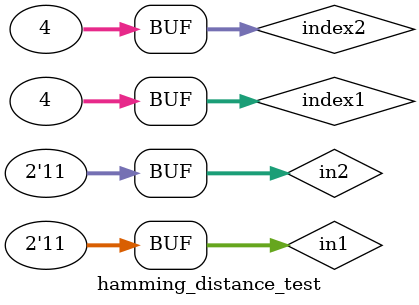
<source format=v>
module hamming_distance_test();
reg [1:0] in1, in2;
wire [1:0] hd;

integer index1, index2;

hamming_distance #(2) xxx (.in1(in1), .in2(in2), .hd(hd));

initial 
begin
	for(index1 = 0; index1 < 4; index1 = index1 + 1)
		begin
			for(index2 = index1; index2 < 4; index2 = index2 + 1)
				begin
					in1 = index1;
					in2 = index2;
					#10;
				end
		end
end

endmodule
	
</source>
